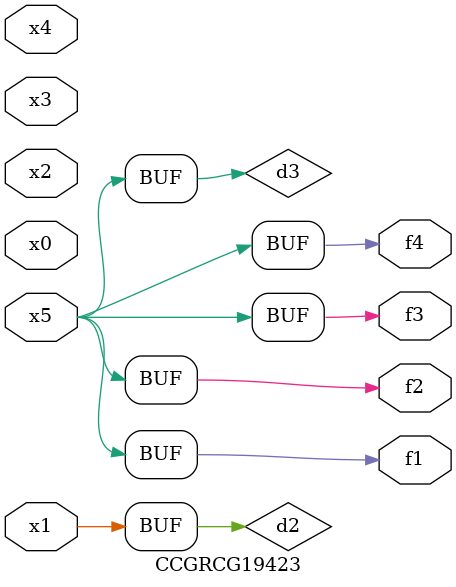
<source format=v>
module CCGRCG19423(
	input x0, x1, x2, x3, x4, x5,
	output f1, f2, f3, f4
);

	wire d1, d2, d3;

	not (d1, x5);
	or (d2, x1);
	xnor (d3, d1);
	assign f1 = d3;
	assign f2 = d3;
	assign f3 = d3;
	assign f4 = d3;
endmodule

</source>
